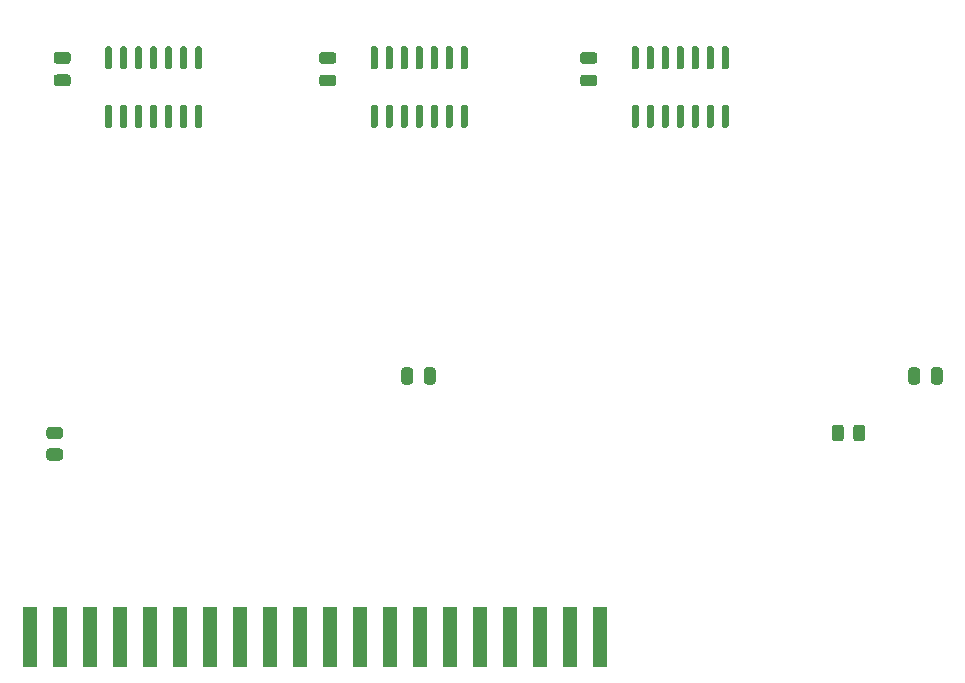
<source format=gbr>
G04 #@! TF.GenerationSoftware,KiCad,Pcbnew,(5.1.9-0-10_14)*
G04 #@! TF.CreationDate,2021-04-09T13:05:53-05:00*
G04 #@! TF.ProjectId,Memory Card,4d656d6f-7279-4204-9361-72642e6b6963,rev?*
G04 #@! TF.SameCoordinates,Original*
G04 #@! TF.FileFunction,Paste,Top*
G04 #@! TF.FilePolarity,Positive*
%FSLAX46Y46*%
G04 Gerber Fmt 4.6, Leading zero omitted, Abs format (unit mm)*
G04 Created by KiCad (PCBNEW (5.1.9-0-10_14)) date 2021-04-09 13:05:53*
%MOMM*%
%LPD*%
G01*
G04 APERTURE LIST*
%ADD10R,1.270000X5.080000*%
G04 APERTURE END LIST*
G36*
G01*
X146698000Y-108425000D02*
X146698000Y-107475000D01*
G75*
G02*
X146948000Y-107225000I250000J0D01*
G01*
X147448000Y-107225000D01*
G75*
G02*
X147698000Y-107475000I0J-250000D01*
G01*
X147698000Y-108425000D01*
G75*
G02*
X147448000Y-108675000I-250000J0D01*
G01*
X146948000Y-108675000D01*
G75*
G02*
X146698000Y-108425000I0J250000D01*
G01*
G37*
G36*
G01*
X148598000Y-108425000D02*
X148598000Y-107475000D01*
G75*
G02*
X148848000Y-107225000I250000J0D01*
G01*
X149348000Y-107225000D01*
G75*
G02*
X149598000Y-107475000I0J-250000D01*
G01*
X149598000Y-108425000D01*
G75*
G02*
X149348000Y-108675000I-250000J0D01*
G01*
X148848000Y-108675000D01*
G75*
G02*
X148598000Y-108425000I0J250000D01*
G01*
G37*
G36*
G01*
X191524000Y-108425000D02*
X191524000Y-107475000D01*
G75*
G02*
X191774000Y-107225000I250000J0D01*
G01*
X192274000Y-107225000D01*
G75*
G02*
X192524000Y-107475000I0J-250000D01*
G01*
X192524000Y-108425000D01*
G75*
G02*
X192274000Y-108675000I-250000J0D01*
G01*
X191774000Y-108675000D01*
G75*
G02*
X191524000Y-108425000I0J250000D01*
G01*
G37*
G36*
G01*
X189624000Y-108425000D02*
X189624000Y-107475000D01*
G75*
G02*
X189874000Y-107225000I250000J0D01*
G01*
X190374000Y-107225000D01*
G75*
G02*
X190624000Y-107475000I0J-250000D01*
G01*
X190624000Y-108425000D01*
G75*
G02*
X190374000Y-108675000I-250000J0D01*
G01*
X189874000Y-108675000D01*
G75*
G02*
X189624000Y-108425000I0J250000D01*
G01*
G37*
G36*
G01*
X117508000Y-80526000D02*
X118458000Y-80526000D01*
G75*
G02*
X118708000Y-80776000I0J-250000D01*
G01*
X118708000Y-81276000D01*
G75*
G02*
X118458000Y-81526000I-250000J0D01*
G01*
X117508000Y-81526000D01*
G75*
G02*
X117258000Y-81276000I0J250000D01*
G01*
X117258000Y-80776000D01*
G75*
G02*
X117508000Y-80526000I250000J0D01*
G01*
G37*
G36*
G01*
X117508000Y-82426000D02*
X118458000Y-82426000D01*
G75*
G02*
X118708000Y-82676000I0J-250000D01*
G01*
X118708000Y-83176000D01*
G75*
G02*
X118458000Y-83426000I-250000J0D01*
G01*
X117508000Y-83426000D01*
G75*
G02*
X117258000Y-83176000I0J250000D01*
G01*
X117258000Y-82676000D01*
G75*
G02*
X117508000Y-82426000I250000J0D01*
G01*
G37*
G36*
G01*
X139987000Y-82431000D02*
X140937000Y-82431000D01*
G75*
G02*
X141187000Y-82681000I0J-250000D01*
G01*
X141187000Y-83181000D01*
G75*
G02*
X140937000Y-83431000I-250000J0D01*
G01*
X139987000Y-83431000D01*
G75*
G02*
X139737000Y-83181000I0J250000D01*
G01*
X139737000Y-82681000D01*
G75*
G02*
X139987000Y-82431000I250000J0D01*
G01*
G37*
G36*
G01*
X139987000Y-80531000D02*
X140937000Y-80531000D01*
G75*
G02*
X141187000Y-80781000I0J-250000D01*
G01*
X141187000Y-81281000D01*
G75*
G02*
X140937000Y-81531000I-250000J0D01*
G01*
X139987000Y-81531000D01*
G75*
G02*
X139737000Y-81281000I0J250000D01*
G01*
X139737000Y-80781000D01*
G75*
G02*
X139987000Y-80531000I250000J0D01*
G01*
G37*
G36*
G01*
X162085000Y-80531000D02*
X163035000Y-80531000D01*
G75*
G02*
X163285000Y-80781000I0J-250000D01*
G01*
X163285000Y-81281000D01*
G75*
G02*
X163035000Y-81531000I-250000J0D01*
G01*
X162085000Y-81531000D01*
G75*
G02*
X161835000Y-81281000I0J250000D01*
G01*
X161835000Y-80781000D01*
G75*
G02*
X162085000Y-80531000I250000J0D01*
G01*
G37*
G36*
G01*
X162085000Y-82431000D02*
X163035000Y-82431000D01*
G75*
G02*
X163285000Y-82681000I0J-250000D01*
G01*
X163285000Y-83181000D01*
G75*
G02*
X163035000Y-83431000I-250000J0D01*
G01*
X162085000Y-83431000D01*
G75*
G02*
X161835000Y-83181000I0J250000D01*
G01*
X161835000Y-82681000D01*
G75*
G02*
X162085000Y-82431000I250000J0D01*
G01*
G37*
D10*
X115300000Y-130030000D03*
X117840000Y-130030000D03*
X120380000Y-130030000D03*
X122920000Y-130030000D03*
X125460000Y-130030000D03*
X128000000Y-130030000D03*
X130540000Y-130030000D03*
X133080000Y-130030000D03*
X135620000Y-130030000D03*
X138160000Y-130030000D03*
X140700000Y-130030000D03*
X143240000Y-130030000D03*
X145780000Y-130030000D03*
X148320000Y-130030000D03*
X150860000Y-130030000D03*
X153400000Y-130030000D03*
X155940000Y-130030000D03*
X158480000Y-130030000D03*
X161020000Y-130030000D03*
X163560000Y-130030000D03*
G36*
G01*
X185979500Y-112325999D02*
X185979500Y-113226001D01*
G75*
G02*
X185729501Y-113476000I-249999J0D01*
G01*
X185204499Y-113476000D01*
G75*
G02*
X184954500Y-113226001I0J249999D01*
G01*
X184954500Y-112325999D01*
G75*
G02*
X185204499Y-112076000I249999J0D01*
G01*
X185729501Y-112076000D01*
G75*
G02*
X185979500Y-112325999I0J-249999D01*
G01*
G37*
G36*
G01*
X184154500Y-112325999D02*
X184154500Y-113226001D01*
G75*
G02*
X183904501Y-113476000I-249999J0D01*
G01*
X183379499Y-113476000D01*
G75*
G02*
X183129500Y-113226001I0J249999D01*
G01*
X183129500Y-112325999D01*
G75*
G02*
X183379499Y-112076000I249999J0D01*
G01*
X183904501Y-112076000D01*
G75*
G02*
X184154500Y-112325999I0J-249999D01*
G01*
G37*
G36*
G01*
X116897999Y-114088500D02*
X117798001Y-114088500D01*
G75*
G02*
X118048000Y-114338499I0J-249999D01*
G01*
X118048000Y-114863501D01*
G75*
G02*
X117798001Y-115113500I-249999J0D01*
G01*
X116897999Y-115113500D01*
G75*
G02*
X116648000Y-114863501I0J249999D01*
G01*
X116648000Y-114338499D01*
G75*
G02*
X116897999Y-114088500I249999J0D01*
G01*
G37*
G36*
G01*
X116897999Y-112263500D02*
X117798001Y-112263500D01*
G75*
G02*
X118048000Y-112513499I0J-249999D01*
G01*
X118048000Y-113038501D01*
G75*
G02*
X117798001Y-113288500I-249999J0D01*
G01*
X116897999Y-113288500D01*
G75*
G02*
X116648000Y-113038501I0J249999D01*
G01*
X116648000Y-112513499D01*
G75*
G02*
X116897999Y-112263500I249999J0D01*
G01*
G37*
G36*
G01*
X122070000Y-86954000D02*
X121770000Y-86954000D01*
G75*
G02*
X121620000Y-86804000I0J150000D01*
G01*
X121620000Y-85154000D01*
G75*
G02*
X121770000Y-85004000I150000J0D01*
G01*
X122070000Y-85004000D01*
G75*
G02*
X122220000Y-85154000I0J-150000D01*
G01*
X122220000Y-86804000D01*
G75*
G02*
X122070000Y-86954000I-150000J0D01*
G01*
G37*
G36*
G01*
X123340000Y-86954000D02*
X123040000Y-86954000D01*
G75*
G02*
X122890000Y-86804000I0J150000D01*
G01*
X122890000Y-85154000D01*
G75*
G02*
X123040000Y-85004000I150000J0D01*
G01*
X123340000Y-85004000D01*
G75*
G02*
X123490000Y-85154000I0J-150000D01*
G01*
X123490000Y-86804000D01*
G75*
G02*
X123340000Y-86954000I-150000J0D01*
G01*
G37*
G36*
G01*
X124610000Y-86954000D02*
X124310000Y-86954000D01*
G75*
G02*
X124160000Y-86804000I0J150000D01*
G01*
X124160000Y-85154000D01*
G75*
G02*
X124310000Y-85004000I150000J0D01*
G01*
X124610000Y-85004000D01*
G75*
G02*
X124760000Y-85154000I0J-150000D01*
G01*
X124760000Y-86804000D01*
G75*
G02*
X124610000Y-86954000I-150000J0D01*
G01*
G37*
G36*
G01*
X125880000Y-86954000D02*
X125580000Y-86954000D01*
G75*
G02*
X125430000Y-86804000I0J150000D01*
G01*
X125430000Y-85154000D01*
G75*
G02*
X125580000Y-85004000I150000J0D01*
G01*
X125880000Y-85004000D01*
G75*
G02*
X126030000Y-85154000I0J-150000D01*
G01*
X126030000Y-86804000D01*
G75*
G02*
X125880000Y-86954000I-150000J0D01*
G01*
G37*
G36*
G01*
X127150000Y-86954000D02*
X126850000Y-86954000D01*
G75*
G02*
X126700000Y-86804000I0J150000D01*
G01*
X126700000Y-85154000D01*
G75*
G02*
X126850000Y-85004000I150000J0D01*
G01*
X127150000Y-85004000D01*
G75*
G02*
X127300000Y-85154000I0J-150000D01*
G01*
X127300000Y-86804000D01*
G75*
G02*
X127150000Y-86954000I-150000J0D01*
G01*
G37*
G36*
G01*
X128420000Y-86954000D02*
X128120000Y-86954000D01*
G75*
G02*
X127970000Y-86804000I0J150000D01*
G01*
X127970000Y-85154000D01*
G75*
G02*
X128120000Y-85004000I150000J0D01*
G01*
X128420000Y-85004000D01*
G75*
G02*
X128570000Y-85154000I0J-150000D01*
G01*
X128570000Y-86804000D01*
G75*
G02*
X128420000Y-86954000I-150000J0D01*
G01*
G37*
G36*
G01*
X129690000Y-86954000D02*
X129390000Y-86954000D01*
G75*
G02*
X129240000Y-86804000I0J150000D01*
G01*
X129240000Y-85154000D01*
G75*
G02*
X129390000Y-85004000I150000J0D01*
G01*
X129690000Y-85004000D01*
G75*
G02*
X129840000Y-85154000I0J-150000D01*
G01*
X129840000Y-86804000D01*
G75*
G02*
X129690000Y-86954000I-150000J0D01*
G01*
G37*
G36*
G01*
X129690000Y-82004000D02*
X129390000Y-82004000D01*
G75*
G02*
X129240000Y-81854000I0J150000D01*
G01*
X129240000Y-80204000D01*
G75*
G02*
X129390000Y-80054000I150000J0D01*
G01*
X129690000Y-80054000D01*
G75*
G02*
X129840000Y-80204000I0J-150000D01*
G01*
X129840000Y-81854000D01*
G75*
G02*
X129690000Y-82004000I-150000J0D01*
G01*
G37*
G36*
G01*
X128420000Y-82004000D02*
X128120000Y-82004000D01*
G75*
G02*
X127970000Y-81854000I0J150000D01*
G01*
X127970000Y-80204000D01*
G75*
G02*
X128120000Y-80054000I150000J0D01*
G01*
X128420000Y-80054000D01*
G75*
G02*
X128570000Y-80204000I0J-150000D01*
G01*
X128570000Y-81854000D01*
G75*
G02*
X128420000Y-82004000I-150000J0D01*
G01*
G37*
G36*
G01*
X127150000Y-82004000D02*
X126850000Y-82004000D01*
G75*
G02*
X126700000Y-81854000I0J150000D01*
G01*
X126700000Y-80204000D01*
G75*
G02*
X126850000Y-80054000I150000J0D01*
G01*
X127150000Y-80054000D01*
G75*
G02*
X127300000Y-80204000I0J-150000D01*
G01*
X127300000Y-81854000D01*
G75*
G02*
X127150000Y-82004000I-150000J0D01*
G01*
G37*
G36*
G01*
X125880000Y-82004000D02*
X125580000Y-82004000D01*
G75*
G02*
X125430000Y-81854000I0J150000D01*
G01*
X125430000Y-80204000D01*
G75*
G02*
X125580000Y-80054000I150000J0D01*
G01*
X125880000Y-80054000D01*
G75*
G02*
X126030000Y-80204000I0J-150000D01*
G01*
X126030000Y-81854000D01*
G75*
G02*
X125880000Y-82004000I-150000J0D01*
G01*
G37*
G36*
G01*
X124610000Y-82004000D02*
X124310000Y-82004000D01*
G75*
G02*
X124160000Y-81854000I0J150000D01*
G01*
X124160000Y-80204000D01*
G75*
G02*
X124310000Y-80054000I150000J0D01*
G01*
X124610000Y-80054000D01*
G75*
G02*
X124760000Y-80204000I0J-150000D01*
G01*
X124760000Y-81854000D01*
G75*
G02*
X124610000Y-82004000I-150000J0D01*
G01*
G37*
G36*
G01*
X123340000Y-82004000D02*
X123040000Y-82004000D01*
G75*
G02*
X122890000Y-81854000I0J150000D01*
G01*
X122890000Y-80204000D01*
G75*
G02*
X123040000Y-80054000I150000J0D01*
G01*
X123340000Y-80054000D01*
G75*
G02*
X123490000Y-80204000I0J-150000D01*
G01*
X123490000Y-81854000D01*
G75*
G02*
X123340000Y-82004000I-150000J0D01*
G01*
G37*
G36*
G01*
X122070000Y-82004000D02*
X121770000Y-82004000D01*
G75*
G02*
X121620000Y-81854000I0J150000D01*
G01*
X121620000Y-80204000D01*
G75*
G02*
X121770000Y-80054000I150000J0D01*
G01*
X122070000Y-80054000D01*
G75*
G02*
X122220000Y-80204000I0J-150000D01*
G01*
X122220000Y-81854000D01*
G75*
G02*
X122070000Y-82004000I-150000J0D01*
G01*
G37*
G36*
G01*
X144549000Y-82001000D02*
X144249000Y-82001000D01*
G75*
G02*
X144099000Y-81851000I0J150000D01*
G01*
X144099000Y-80201000D01*
G75*
G02*
X144249000Y-80051000I150000J0D01*
G01*
X144549000Y-80051000D01*
G75*
G02*
X144699000Y-80201000I0J-150000D01*
G01*
X144699000Y-81851000D01*
G75*
G02*
X144549000Y-82001000I-150000J0D01*
G01*
G37*
G36*
G01*
X145819000Y-82001000D02*
X145519000Y-82001000D01*
G75*
G02*
X145369000Y-81851000I0J150000D01*
G01*
X145369000Y-80201000D01*
G75*
G02*
X145519000Y-80051000I150000J0D01*
G01*
X145819000Y-80051000D01*
G75*
G02*
X145969000Y-80201000I0J-150000D01*
G01*
X145969000Y-81851000D01*
G75*
G02*
X145819000Y-82001000I-150000J0D01*
G01*
G37*
G36*
G01*
X147089000Y-82001000D02*
X146789000Y-82001000D01*
G75*
G02*
X146639000Y-81851000I0J150000D01*
G01*
X146639000Y-80201000D01*
G75*
G02*
X146789000Y-80051000I150000J0D01*
G01*
X147089000Y-80051000D01*
G75*
G02*
X147239000Y-80201000I0J-150000D01*
G01*
X147239000Y-81851000D01*
G75*
G02*
X147089000Y-82001000I-150000J0D01*
G01*
G37*
G36*
G01*
X148359000Y-82001000D02*
X148059000Y-82001000D01*
G75*
G02*
X147909000Y-81851000I0J150000D01*
G01*
X147909000Y-80201000D01*
G75*
G02*
X148059000Y-80051000I150000J0D01*
G01*
X148359000Y-80051000D01*
G75*
G02*
X148509000Y-80201000I0J-150000D01*
G01*
X148509000Y-81851000D01*
G75*
G02*
X148359000Y-82001000I-150000J0D01*
G01*
G37*
G36*
G01*
X149629000Y-82001000D02*
X149329000Y-82001000D01*
G75*
G02*
X149179000Y-81851000I0J150000D01*
G01*
X149179000Y-80201000D01*
G75*
G02*
X149329000Y-80051000I150000J0D01*
G01*
X149629000Y-80051000D01*
G75*
G02*
X149779000Y-80201000I0J-150000D01*
G01*
X149779000Y-81851000D01*
G75*
G02*
X149629000Y-82001000I-150000J0D01*
G01*
G37*
G36*
G01*
X150899000Y-82001000D02*
X150599000Y-82001000D01*
G75*
G02*
X150449000Y-81851000I0J150000D01*
G01*
X150449000Y-80201000D01*
G75*
G02*
X150599000Y-80051000I150000J0D01*
G01*
X150899000Y-80051000D01*
G75*
G02*
X151049000Y-80201000I0J-150000D01*
G01*
X151049000Y-81851000D01*
G75*
G02*
X150899000Y-82001000I-150000J0D01*
G01*
G37*
G36*
G01*
X152169000Y-82001000D02*
X151869000Y-82001000D01*
G75*
G02*
X151719000Y-81851000I0J150000D01*
G01*
X151719000Y-80201000D01*
G75*
G02*
X151869000Y-80051000I150000J0D01*
G01*
X152169000Y-80051000D01*
G75*
G02*
X152319000Y-80201000I0J-150000D01*
G01*
X152319000Y-81851000D01*
G75*
G02*
X152169000Y-82001000I-150000J0D01*
G01*
G37*
G36*
G01*
X152169000Y-86951000D02*
X151869000Y-86951000D01*
G75*
G02*
X151719000Y-86801000I0J150000D01*
G01*
X151719000Y-85151000D01*
G75*
G02*
X151869000Y-85001000I150000J0D01*
G01*
X152169000Y-85001000D01*
G75*
G02*
X152319000Y-85151000I0J-150000D01*
G01*
X152319000Y-86801000D01*
G75*
G02*
X152169000Y-86951000I-150000J0D01*
G01*
G37*
G36*
G01*
X150899000Y-86951000D02*
X150599000Y-86951000D01*
G75*
G02*
X150449000Y-86801000I0J150000D01*
G01*
X150449000Y-85151000D01*
G75*
G02*
X150599000Y-85001000I150000J0D01*
G01*
X150899000Y-85001000D01*
G75*
G02*
X151049000Y-85151000I0J-150000D01*
G01*
X151049000Y-86801000D01*
G75*
G02*
X150899000Y-86951000I-150000J0D01*
G01*
G37*
G36*
G01*
X149629000Y-86951000D02*
X149329000Y-86951000D01*
G75*
G02*
X149179000Y-86801000I0J150000D01*
G01*
X149179000Y-85151000D01*
G75*
G02*
X149329000Y-85001000I150000J0D01*
G01*
X149629000Y-85001000D01*
G75*
G02*
X149779000Y-85151000I0J-150000D01*
G01*
X149779000Y-86801000D01*
G75*
G02*
X149629000Y-86951000I-150000J0D01*
G01*
G37*
G36*
G01*
X148359000Y-86951000D02*
X148059000Y-86951000D01*
G75*
G02*
X147909000Y-86801000I0J150000D01*
G01*
X147909000Y-85151000D01*
G75*
G02*
X148059000Y-85001000I150000J0D01*
G01*
X148359000Y-85001000D01*
G75*
G02*
X148509000Y-85151000I0J-150000D01*
G01*
X148509000Y-86801000D01*
G75*
G02*
X148359000Y-86951000I-150000J0D01*
G01*
G37*
G36*
G01*
X147089000Y-86951000D02*
X146789000Y-86951000D01*
G75*
G02*
X146639000Y-86801000I0J150000D01*
G01*
X146639000Y-85151000D01*
G75*
G02*
X146789000Y-85001000I150000J0D01*
G01*
X147089000Y-85001000D01*
G75*
G02*
X147239000Y-85151000I0J-150000D01*
G01*
X147239000Y-86801000D01*
G75*
G02*
X147089000Y-86951000I-150000J0D01*
G01*
G37*
G36*
G01*
X145819000Y-86951000D02*
X145519000Y-86951000D01*
G75*
G02*
X145369000Y-86801000I0J150000D01*
G01*
X145369000Y-85151000D01*
G75*
G02*
X145519000Y-85001000I150000J0D01*
G01*
X145819000Y-85001000D01*
G75*
G02*
X145969000Y-85151000I0J-150000D01*
G01*
X145969000Y-86801000D01*
G75*
G02*
X145819000Y-86951000I-150000J0D01*
G01*
G37*
G36*
G01*
X144549000Y-86951000D02*
X144249000Y-86951000D01*
G75*
G02*
X144099000Y-86801000I0J150000D01*
G01*
X144099000Y-85151000D01*
G75*
G02*
X144249000Y-85001000I150000J0D01*
G01*
X144549000Y-85001000D01*
G75*
G02*
X144699000Y-85151000I0J-150000D01*
G01*
X144699000Y-86801000D01*
G75*
G02*
X144549000Y-86951000I-150000J0D01*
G01*
G37*
G36*
G01*
X166647000Y-86954000D02*
X166347000Y-86954000D01*
G75*
G02*
X166197000Y-86804000I0J150000D01*
G01*
X166197000Y-85154000D01*
G75*
G02*
X166347000Y-85004000I150000J0D01*
G01*
X166647000Y-85004000D01*
G75*
G02*
X166797000Y-85154000I0J-150000D01*
G01*
X166797000Y-86804000D01*
G75*
G02*
X166647000Y-86954000I-150000J0D01*
G01*
G37*
G36*
G01*
X167917000Y-86954000D02*
X167617000Y-86954000D01*
G75*
G02*
X167467000Y-86804000I0J150000D01*
G01*
X167467000Y-85154000D01*
G75*
G02*
X167617000Y-85004000I150000J0D01*
G01*
X167917000Y-85004000D01*
G75*
G02*
X168067000Y-85154000I0J-150000D01*
G01*
X168067000Y-86804000D01*
G75*
G02*
X167917000Y-86954000I-150000J0D01*
G01*
G37*
G36*
G01*
X169187000Y-86954000D02*
X168887000Y-86954000D01*
G75*
G02*
X168737000Y-86804000I0J150000D01*
G01*
X168737000Y-85154000D01*
G75*
G02*
X168887000Y-85004000I150000J0D01*
G01*
X169187000Y-85004000D01*
G75*
G02*
X169337000Y-85154000I0J-150000D01*
G01*
X169337000Y-86804000D01*
G75*
G02*
X169187000Y-86954000I-150000J0D01*
G01*
G37*
G36*
G01*
X170457000Y-86954000D02*
X170157000Y-86954000D01*
G75*
G02*
X170007000Y-86804000I0J150000D01*
G01*
X170007000Y-85154000D01*
G75*
G02*
X170157000Y-85004000I150000J0D01*
G01*
X170457000Y-85004000D01*
G75*
G02*
X170607000Y-85154000I0J-150000D01*
G01*
X170607000Y-86804000D01*
G75*
G02*
X170457000Y-86954000I-150000J0D01*
G01*
G37*
G36*
G01*
X171727000Y-86954000D02*
X171427000Y-86954000D01*
G75*
G02*
X171277000Y-86804000I0J150000D01*
G01*
X171277000Y-85154000D01*
G75*
G02*
X171427000Y-85004000I150000J0D01*
G01*
X171727000Y-85004000D01*
G75*
G02*
X171877000Y-85154000I0J-150000D01*
G01*
X171877000Y-86804000D01*
G75*
G02*
X171727000Y-86954000I-150000J0D01*
G01*
G37*
G36*
G01*
X172997000Y-86954000D02*
X172697000Y-86954000D01*
G75*
G02*
X172547000Y-86804000I0J150000D01*
G01*
X172547000Y-85154000D01*
G75*
G02*
X172697000Y-85004000I150000J0D01*
G01*
X172997000Y-85004000D01*
G75*
G02*
X173147000Y-85154000I0J-150000D01*
G01*
X173147000Y-86804000D01*
G75*
G02*
X172997000Y-86954000I-150000J0D01*
G01*
G37*
G36*
G01*
X174267000Y-86954000D02*
X173967000Y-86954000D01*
G75*
G02*
X173817000Y-86804000I0J150000D01*
G01*
X173817000Y-85154000D01*
G75*
G02*
X173967000Y-85004000I150000J0D01*
G01*
X174267000Y-85004000D01*
G75*
G02*
X174417000Y-85154000I0J-150000D01*
G01*
X174417000Y-86804000D01*
G75*
G02*
X174267000Y-86954000I-150000J0D01*
G01*
G37*
G36*
G01*
X174267000Y-82004000D02*
X173967000Y-82004000D01*
G75*
G02*
X173817000Y-81854000I0J150000D01*
G01*
X173817000Y-80204000D01*
G75*
G02*
X173967000Y-80054000I150000J0D01*
G01*
X174267000Y-80054000D01*
G75*
G02*
X174417000Y-80204000I0J-150000D01*
G01*
X174417000Y-81854000D01*
G75*
G02*
X174267000Y-82004000I-150000J0D01*
G01*
G37*
G36*
G01*
X172997000Y-82004000D02*
X172697000Y-82004000D01*
G75*
G02*
X172547000Y-81854000I0J150000D01*
G01*
X172547000Y-80204000D01*
G75*
G02*
X172697000Y-80054000I150000J0D01*
G01*
X172997000Y-80054000D01*
G75*
G02*
X173147000Y-80204000I0J-150000D01*
G01*
X173147000Y-81854000D01*
G75*
G02*
X172997000Y-82004000I-150000J0D01*
G01*
G37*
G36*
G01*
X171727000Y-82004000D02*
X171427000Y-82004000D01*
G75*
G02*
X171277000Y-81854000I0J150000D01*
G01*
X171277000Y-80204000D01*
G75*
G02*
X171427000Y-80054000I150000J0D01*
G01*
X171727000Y-80054000D01*
G75*
G02*
X171877000Y-80204000I0J-150000D01*
G01*
X171877000Y-81854000D01*
G75*
G02*
X171727000Y-82004000I-150000J0D01*
G01*
G37*
G36*
G01*
X170457000Y-82004000D02*
X170157000Y-82004000D01*
G75*
G02*
X170007000Y-81854000I0J150000D01*
G01*
X170007000Y-80204000D01*
G75*
G02*
X170157000Y-80054000I150000J0D01*
G01*
X170457000Y-80054000D01*
G75*
G02*
X170607000Y-80204000I0J-150000D01*
G01*
X170607000Y-81854000D01*
G75*
G02*
X170457000Y-82004000I-150000J0D01*
G01*
G37*
G36*
G01*
X169187000Y-82004000D02*
X168887000Y-82004000D01*
G75*
G02*
X168737000Y-81854000I0J150000D01*
G01*
X168737000Y-80204000D01*
G75*
G02*
X168887000Y-80054000I150000J0D01*
G01*
X169187000Y-80054000D01*
G75*
G02*
X169337000Y-80204000I0J-150000D01*
G01*
X169337000Y-81854000D01*
G75*
G02*
X169187000Y-82004000I-150000J0D01*
G01*
G37*
G36*
G01*
X167917000Y-82004000D02*
X167617000Y-82004000D01*
G75*
G02*
X167467000Y-81854000I0J150000D01*
G01*
X167467000Y-80204000D01*
G75*
G02*
X167617000Y-80054000I150000J0D01*
G01*
X167917000Y-80054000D01*
G75*
G02*
X168067000Y-80204000I0J-150000D01*
G01*
X168067000Y-81854000D01*
G75*
G02*
X167917000Y-82004000I-150000J0D01*
G01*
G37*
G36*
G01*
X166647000Y-82004000D02*
X166347000Y-82004000D01*
G75*
G02*
X166197000Y-81854000I0J150000D01*
G01*
X166197000Y-80204000D01*
G75*
G02*
X166347000Y-80054000I150000J0D01*
G01*
X166647000Y-80054000D01*
G75*
G02*
X166797000Y-80204000I0J-150000D01*
G01*
X166797000Y-81854000D01*
G75*
G02*
X166647000Y-82004000I-150000J0D01*
G01*
G37*
M02*

</source>
